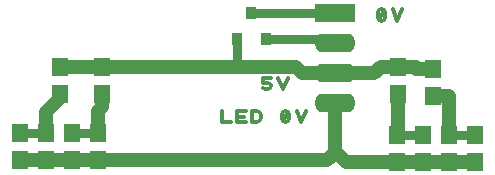
<source format=gbr>
G04 DesignSpark PCB Gerber Version 9.0 Build 5138 *
G04 #@! TF.Part,Single*
G04 #@! TF.FileFunction,Copper,L1,Top *
G04 #@! TF.FilePolarity,Positive *
%FSLAX35Y35*%
%MOIN*%
G04 #@! TA.AperFunction,SMDPad,CuDef*
%ADD28R,0.03543X0.03937*%
%ADD21R,0.05500X0.06000*%
G04 #@! TD.AperFunction*
%ADD27C,0.01181*%
%ADD11C,0.03150*%
%ADD26C,0.04724*%
G04 #@! TA.AperFunction,ComponentPad*
%ADD72O,0.13780X0.06299*%
%ADD29R,0.13780X0.06299*%
X0Y0D02*
D02*
D11*
X11742Y18415D02*
X20404D01*
X37726D02*
X29065D01*
X84193Y49852D02*
Y40572D01*
X88720Y58513D02*
X116700D01*
X116791Y58422*
X93641Y49852D02*
X115361D01*
X116791Y48422*
X137589Y18206D02*
X137333Y17950D01*
X145994D02*
X137333D01*
X163317D02*
X154656D01*
D02*
D21*
X11742Y9415D03*
Y18415D03*
X20404Y9415D03*
Y18415D03*
X24990Y31572D03*
Y40572D03*
X29065Y9415D03*
Y18415D03*
X37726Y9415D03*
Y18415D03*
X39163Y31572D03*
Y40572D03*
X137333Y8950D03*
Y17950D03*
X137589Y31572D03*
Y40572D03*
X145994Y8950D03*
Y17950D03*
X149400Y30784D03*
Y39784D03*
X154656Y8950D03*
Y17950D03*
X163317Y8950D03*
Y17950D03*
D02*
D26*
X11742Y9415D02*
X20404D01*
X24990Y31572D02*
Y30135D01*
X20404Y25548*
Y18415*
X29065Y9415D02*
X37726D01*
X29065D02*
X20404D01*
X37726D02*
X114044D01*
X116988Y12359*
X39163Y31572D02*
Y27379D01*
X37726Y25942*
Y18415*
X39163Y40572D02*
X84193D01*
X39163D02*
X24990D01*
X84193D02*
X103736D01*
X105768Y38540*
X116673*
X116791Y38422*
X116988Y12359D02*
X116791Y12556D01*
Y28422*
X137333Y8950D02*
X120398D01*
X116988Y12359*
X137589Y31572D02*
Y18206D01*
Y40572D02*
X131933D01*
X129783Y38422*
X116791*
X145994Y8950D02*
X137333D01*
X145994D02*
X154656D01*
X149400Y30784D02*
X154587D01*
Y23206*
X154656Y23137*
Y17950*
X149400Y39784D02*
X143563D01*
Y40572*
X137589*
X163317Y8950D02*
X154656D01*
D02*
D27*
X78996Y25905D02*
Y22155D01*
X82121*
X83996D02*
Y25905D01*
X87121*
X86496Y24030D02*
X83996D01*
Y22155D02*
X87121D01*
X88996D02*
Y25905D01*
X90871*
X91496Y25593*
X91809Y25280*
X92121Y24655*
Y23405*
X91809Y22780*
X91496Y22467*
X90871Y22155*
X88996*
X99309Y22467D02*
X99933Y22155D01*
X100559*
X101183Y22467*
X101496Y23093*
Y24967*
X101183Y25593*
X100559Y25905*
X99933*
X99309Y25593*
X98996Y24967*
Y23093*
X99309Y22467*
X101183Y25593*
X103996Y25905D02*
X105559Y22155D01*
X107121Y25905*
X92776Y33491D02*
X93401Y33178D01*
X94338*
X94963Y33491*
X95276Y34116*
Y34428*
X94963Y35054*
X94338Y35366*
X92776*
Y36928*
X95276*
X97776D02*
X99338Y33178D01*
X100901Y36928*
X131277Y56326D02*
X131902Y56013D01*
X132527*
X133152Y56326*
X133465Y56951*
Y58826*
X133152Y59451*
X132527Y59763*
X131902*
X131277Y59451*
X130965Y58826*
Y56951*
X131277Y56326*
X133152Y59451*
X135965Y59763D02*
X137527Y56013D01*
X139090Y59763*
D02*
D28*
X84193Y49852D03*
X88720Y58513D03*
X93641Y49852D03*
D02*
D29*
X116791Y58422D03*
D02*
D72*
Y28422D03*
Y38422D03*
Y48422D03*
X0Y0D02*
M02*

</source>
